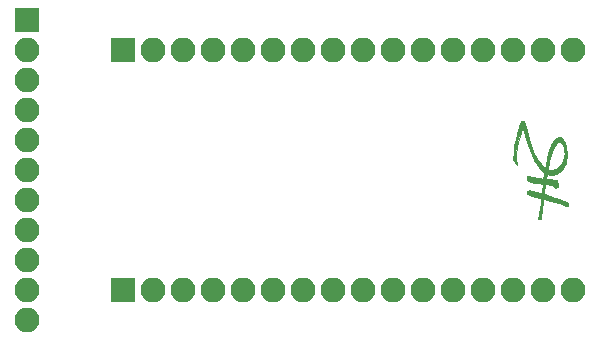
<source format=gbr>
G04 #@! TF.FileFunction,Soldermask,Bot*
%FSLAX46Y46*%
G04 Gerber Fmt 4.6, Leading zero omitted, Abs format (unit mm)*
G04 Created by KiCad (PCBNEW 4.0.4-stable) date 05/29/18 15:17:11*
%MOMM*%
%LPD*%
G01*
G04 APERTURE LIST*
%ADD10C,0.100000*%
%ADD11C,0.010000*%
%ADD12R,2.100000X2.100000*%
%ADD13O,2.100000X2.100000*%
G04 APERTURE END LIST*
D10*
D11*
G36*
X185480526Y-89105781D02*
X185509793Y-89158434D01*
X185533469Y-89199432D01*
X185553221Y-89231237D01*
X185570719Y-89256312D01*
X185587630Y-89277120D01*
X185605624Y-89296123D01*
X185616787Y-89306887D01*
X185635174Y-89322248D01*
X185657913Y-89338604D01*
X185681174Y-89353554D01*
X185701130Y-89364701D01*
X185713952Y-89369643D01*
X185716322Y-89369260D01*
X185715370Y-89361215D01*
X185711152Y-89341209D01*
X185704416Y-89312638D01*
X185699182Y-89291627D01*
X185678474Y-89198252D01*
X185660641Y-89093734D01*
X185646399Y-88982661D01*
X185639178Y-88906333D01*
X185635695Y-88846176D01*
X185633745Y-88773871D01*
X185633258Y-88693064D01*
X185634160Y-88607400D01*
X185636381Y-88520524D01*
X185639848Y-88436082D01*
X185644490Y-88357720D01*
X185650236Y-88289082D01*
X185651569Y-88276312D01*
X185684933Y-88025744D01*
X185731462Y-87766662D01*
X185791095Y-87499335D01*
X185863771Y-87224030D01*
X185949429Y-86941014D01*
X185966084Y-86889691D01*
X185988512Y-86822196D01*
X186012205Y-86752564D01*
X186036567Y-86682403D01*
X186061004Y-86613323D01*
X186084921Y-86546935D01*
X186107721Y-86484846D01*
X186128810Y-86428668D01*
X186147593Y-86380009D01*
X186163474Y-86340479D01*
X186175859Y-86311688D01*
X186184152Y-86295245D01*
X186187127Y-86291937D01*
X186189310Y-86294755D01*
X186193303Y-86303698D01*
X186199348Y-86319501D01*
X186207685Y-86342896D01*
X186218557Y-86374619D01*
X186232205Y-86415404D01*
X186248870Y-86465984D01*
X186268794Y-86527094D01*
X186292218Y-86599467D01*
X186319383Y-86683838D01*
X186350532Y-86780940D01*
X186385905Y-86891509D01*
X186425743Y-87016277D01*
X186437757Y-87053937D01*
X186487465Y-87209342D01*
X186533047Y-87350842D01*
X186574948Y-87479735D01*
X186613618Y-87597318D01*
X186649503Y-87704887D01*
X186683050Y-87803741D01*
X186714707Y-87895177D01*
X186744922Y-87980490D01*
X186774142Y-88060980D01*
X186802814Y-88137942D01*
X186831386Y-88212674D01*
X186860305Y-88286474D01*
X186879267Y-88333978D01*
X186972607Y-88556854D01*
X187067599Y-88764730D01*
X187164766Y-88958440D01*
X187264632Y-89138819D01*
X187367719Y-89306701D01*
X187474551Y-89462921D01*
X187585651Y-89608314D01*
X187701543Y-89743715D01*
X187822749Y-89869957D01*
X187871716Y-89917023D01*
X187903822Y-89946834D01*
X187935116Y-89975262D01*
X187962082Y-89999149D01*
X187981203Y-90015338D01*
X187981679Y-90015720D01*
X188015014Y-90042406D01*
X188010951Y-90105906D01*
X188007287Y-90138058D01*
X188000198Y-90180267D01*
X187990661Y-90227339D01*
X187979656Y-90274078D01*
X187978211Y-90279694D01*
X187963753Y-90339647D01*
X187952014Y-90397071D01*
X187943387Y-90449306D01*
X187938268Y-90493692D01*
X187937050Y-90527569D01*
X187938983Y-90544682D01*
X187943820Y-90563953D01*
X187865363Y-90558833D01*
X187758435Y-90550619D01*
X187655586Y-90539994D01*
X187553284Y-90526417D01*
X187447994Y-90509344D01*
X187336184Y-90488235D01*
X187214318Y-90462548D01*
X187163775Y-90451279D01*
X187058941Y-90427692D01*
X186968172Y-90407482D01*
X186890089Y-90390355D01*
X186823311Y-90376016D01*
X186766459Y-90364172D01*
X186718153Y-90354529D01*
X186677014Y-90346792D01*
X186657199Y-90343287D01*
X186618789Y-90336627D01*
X186592839Y-90333836D01*
X186576031Y-90337024D01*
X186565046Y-90348304D01*
X186556566Y-90369787D01*
X186547275Y-90403586D01*
X186544159Y-90415235D01*
X186530390Y-90490263D01*
X186530656Y-90560230D01*
X186544791Y-90624200D01*
X186572628Y-90681234D01*
X186597371Y-90713458D01*
X186631775Y-90747009D01*
X186672339Y-90777432D01*
X186720008Y-90804979D01*
X186775729Y-90829900D01*
X186840448Y-90852446D01*
X186915111Y-90872868D01*
X187000664Y-90891418D01*
X187098054Y-90908345D01*
X187208225Y-90923901D01*
X187332124Y-90938337D01*
X187470698Y-90951904D01*
X187509093Y-90955307D01*
X187572048Y-90960859D01*
X187632611Y-90966350D01*
X187688203Y-90971535D01*
X187736246Y-90976168D01*
X187774162Y-90980004D01*
X187799374Y-90982799D01*
X187802781Y-90983226D01*
X187832875Y-90986903D01*
X187858246Y-90989586D01*
X187873332Y-90990692D01*
X187878801Y-90991571D01*
X187882626Y-90995490D01*
X187884982Y-91004681D01*
X187886042Y-91021374D01*
X187885980Y-91047804D01*
X187884969Y-91086202D01*
X187883705Y-91123890D01*
X187875278Y-91251231D01*
X187859409Y-91376233D01*
X187858173Y-91383843D01*
X187845972Y-91469479D01*
X187838055Y-91554533D01*
X187833706Y-91646836D01*
X187833518Y-91653718D01*
X187829780Y-91796593D01*
X187760718Y-91795995D01*
X187735228Y-91795228D01*
X187709423Y-91793092D01*
X187681543Y-91789159D01*
X187649825Y-91783001D01*
X187612509Y-91774192D01*
X187567835Y-91762303D01*
X187514042Y-91746907D01*
X187449368Y-91727577D01*
X187372053Y-91703885D01*
X187338437Y-91693477D01*
X187224415Y-91658890D01*
X187124034Y-91630148D01*
X187036281Y-91606995D01*
X186960141Y-91589172D01*
X186894602Y-91576422D01*
X186854787Y-91570415D01*
X186777287Y-91564675D01*
X186711633Y-91569032D01*
X186657946Y-91583435D01*
X186616346Y-91607837D01*
X186586953Y-91642187D01*
X186569888Y-91686436D01*
X186569657Y-91687496D01*
X186565721Y-91735552D01*
X186575377Y-91781216D01*
X186599029Y-91824975D01*
X186637080Y-91867314D01*
X186689937Y-91908718D01*
X186758002Y-91949674D01*
X186809650Y-91975836D01*
X186879357Y-92006550D01*
X186957979Y-92036201D01*
X187046751Y-92065151D01*
X187146910Y-92093762D01*
X187259693Y-92122396D01*
X187386335Y-92151416D01*
X187470321Y-92169337D01*
X187525001Y-92180742D01*
X187578319Y-92191899D01*
X187626965Y-92202110D01*
X187667626Y-92210681D01*
X187696991Y-92216916D01*
X187702787Y-92218159D01*
X187761542Y-92230808D01*
X187756243Y-92371962D01*
X187752433Y-92452458D01*
X187746945Y-92532046D01*
X187739512Y-92612566D01*
X187729861Y-92695860D01*
X187717725Y-92783767D01*
X187702832Y-92878129D01*
X187684913Y-92980785D01*
X187663699Y-93093578D01*
X187638918Y-93218346D01*
X187615411Y-93332500D01*
X187588216Y-93465014D01*
X187564855Y-93583451D01*
X187545368Y-93687584D01*
X187529794Y-93777183D01*
X187518176Y-93852019D01*
X187510552Y-93911863D01*
X187508060Y-93938526D01*
X187502950Y-94005012D01*
X187530010Y-94010089D01*
X187563086Y-94010283D01*
X187607229Y-94000917D01*
X187661082Y-93982312D01*
X187679750Y-93974627D01*
X187703392Y-93964484D01*
X187720326Y-93957081D01*
X187726157Y-93954385D01*
X187728360Y-93945954D01*
X187732296Y-93923058D01*
X187737800Y-93886995D01*
X187744705Y-93839062D01*
X187752845Y-93780554D01*
X187762054Y-93712769D01*
X187772166Y-93637003D01*
X187783013Y-93554553D01*
X187794429Y-93466716D01*
X187806249Y-93374788D01*
X187818305Y-93280066D01*
X187830432Y-93183846D01*
X187842463Y-93087426D01*
X187854232Y-92992102D01*
X187865571Y-92899171D01*
X187876316Y-92809929D01*
X187886300Y-92725674D01*
X187895355Y-92647701D01*
X187903317Y-92577307D01*
X187906247Y-92550750D01*
X187913154Y-92488130D01*
X187919597Y-92430744D01*
X187925359Y-92380445D01*
X187930222Y-92339091D01*
X187933969Y-92308536D01*
X187936383Y-92290635D01*
X187937156Y-92286635D01*
X187945025Y-92288309D01*
X187965567Y-92294327D01*
X187996416Y-92303949D01*
X188035206Y-92316438D01*
X188079571Y-92331054D01*
X188081448Y-92331679D01*
X188141689Y-92351259D01*
X188202807Y-92370060D01*
X188266691Y-92388571D01*
X188335229Y-92407285D01*
X188410308Y-92426691D01*
X188493817Y-92447281D01*
X188587644Y-92469544D01*
X188693678Y-92493973D01*
X188786982Y-92515050D01*
X188878792Y-92535698D01*
X188957156Y-92553464D01*
X189024137Y-92568851D01*
X189081800Y-92582364D01*
X189132208Y-92594507D01*
X189177424Y-92605786D01*
X189219511Y-92616703D01*
X189260534Y-92627765D01*
X189302555Y-92639476D01*
X189342656Y-92650906D01*
X189409288Y-92670699D01*
X189464184Y-92688707D01*
X189511136Y-92706450D01*
X189553935Y-92725442D01*
X189596375Y-92747200D01*
X189628406Y-92765181D01*
X189688616Y-92799182D01*
X189738218Y-92825405D01*
X189779710Y-92845029D01*
X189815589Y-92859236D01*
X189848352Y-92869205D01*
X189848750Y-92869308D01*
X189891826Y-92876700D01*
X189935256Y-92877841D01*
X189975751Y-92873303D01*
X190010025Y-92863663D01*
X190034791Y-92849492D01*
X190045691Y-92834915D01*
X190051817Y-92803034D01*
X190050740Y-92762732D01*
X190042714Y-92719601D01*
X190040051Y-92710320D01*
X190022260Y-92673959D01*
X189992248Y-92636408D01*
X189953070Y-92600798D01*
X189907783Y-92570258D01*
X189898188Y-92564996D01*
X189871949Y-92552177D01*
X189835643Y-92535803D01*
X189794038Y-92517967D01*
X189751905Y-92500763D01*
X189751344Y-92500540D01*
X189708617Y-92483386D01*
X189656599Y-92462170D01*
X189600596Y-92439073D01*
X189545914Y-92416278D01*
X189520534Y-92405595D01*
X189422662Y-92365368D01*
X189310500Y-92321380D01*
X189183819Y-92273544D01*
X189042394Y-92221777D01*
X188885997Y-92165994D01*
X188793217Y-92133466D01*
X188667977Y-92089775D01*
X188556832Y-92050939D01*
X188458867Y-92016633D01*
X188373170Y-91986538D01*
X188298827Y-91960330D01*
X188234925Y-91937687D01*
X188180550Y-91918287D01*
X188134789Y-91901808D01*
X188096730Y-91887927D01*
X188088531Y-91884907D01*
X187993281Y-91849737D01*
X187994618Y-91811259D01*
X187995934Y-91792284D01*
X187998921Y-91759728D01*
X188003334Y-91715771D01*
X188008924Y-91662589D01*
X188015445Y-91602362D01*
X188022650Y-91537267D01*
X188030293Y-91469484D01*
X188038127Y-91401189D01*
X188045904Y-91334562D01*
X188053378Y-91271781D01*
X188060302Y-91215023D01*
X188066429Y-91166468D01*
X188071513Y-91128293D01*
X188073854Y-91111984D01*
X188087223Y-91022687D01*
X188132342Y-91022687D01*
X188155121Y-91024066D01*
X188189904Y-91027886D01*
X188233092Y-91033672D01*
X188281086Y-91040951D01*
X188319528Y-91047356D01*
X188392899Y-91059153D01*
X188456684Y-91067133D01*
X188516545Y-91071885D01*
X188575218Y-91073952D01*
X188622827Y-91075120D01*
X188656923Y-91076927D01*
X188679867Y-91079638D01*
X188694015Y-91083515D01*
X188700946Y-91087982D01*
X188709737Y-91098843D01*
X188725295Y-91120070D01*
X188745587Y-91148817D01*
X188768580Y-91182239D01*
X188773870Y-91190042D01*
X188807983Y-91237967D01*
X188837992Y-91273599D01*
X188866497Y-91299038D01*
X188896094Y-91316382D01*
X188929383Y-91327730D01*
X188949750Y-91332093D01*
X189007621Y-91336772D01*
X189056885Y-91328130D01*
X189097523Y-91306171D01*
X189108529Y-91296502D01*
X189136242Y-91265272D01*
X189155655Y-91232235D01*
X189167929Y-91193897D01*
X189174223Y-91146767D01*
X189175734Y-91094125D01*
X189174622Y-91046818D01*
X189171066Y-91003485D01*
X189164343Y-90960331D01*
X189153735Y-90913563D01*
X189138519Y-90859389D01*
X189119766Y-90799540D01*
X189092210Y-90714303D01*
X189038839Y-90702325D01*
X188956270Y-90685141D01*
X188862085Y-90667872D01*
X188760523Y-90651212D01*
X188655824Y-90635856D01*
X188552227Y-90622497D01*
X188548906Y-90622102D01*
X188514360Y-90618188D01*
X188471570Y-90613622D01*
X188423375Y-90608679D01*
X188372613Y-90603630D01*
X188322123Y-90598748D01*
X188274744Y-90594305D01*
X188233316Y-90590576D01*
X188200676Y-90587831D01*
X188179664Y-90586344D01*
X188174644Y-90586157D01*
X188171077Y-90580469D01*
X188172018Y-90562601D01*
X188177576Y-90531286D01*
X188180530Y-90517384D01*
X188186064Y-90493560D01*
X188194234Y-90460320D01*
X188204336Y-90420338D01*
X188215665Y-90376290D01*
X188227518Y-90330850D01*
X188239192Y-90286696D01*
X188249982Y-90246500D01*
X188259184Y-90212940D01*
X188266096Y-90188689D01*
X188270012Y-90176424D01*
X188270468Y-90175510D01*
X188277992Y-90177497D01*
X188296523Y-90184400D01*
X188322485Y-90194865D01*
X188330621Y-90198259D01*
X188426114Y-90229965D01*
X188528208Y-90248042D01*
X188635350Y-90252485D01*
X188745991Y-90243287D01*
X188858581Y-90220444D01*
X188925767Y-90200407D01*
X189053675Y-90149640D01*
X189177186Y-90084874D01*
X189294404Y-90007552D01*
X189403434Y-89919119D01*
X189502381Y-89821020D01*
X189589350Y-89714699D01*
X189619405Y-89671629D01*
X189702618Y-89532256D01*
X189772645Y-89384127D01*
X189829467Y-89227355D01*
X189873063Y-89062052D01*
X189903415Y-88888329D01*
X189920503Y-88706300D01*
X189924309Y-88516077D01*
X189914812Y-88317771D01*
X189891993Y-88111496D01*
X189890035Y-88097718D01*
X189861165Y-87925689D01*
X189826234Y-87768323D01*
X189785239Y-87625608D01*
X189738176Y-87497535D01*
X189707437Y-87428574D01*
X189668437Y-87351257D01*
X189630978Y-87286124D01*
X189592947Y-87229908D01*
X189552229Y-87179345D01*
X189530968Y-87155973D01*
X189483586Y-87110157D01*
X189438788Y-87076826D01*
X189393174Y-87053765D01*
X189355659Y-87041689D01*
X189336921Y-87037356D01*
X189336921Y-87468114D01*
X189373101Y-87475085D01*
X189405992Y-87490875D01*
X189439585Y-87517269D01*
X189469277Y-87546829D01*
X189510554Y-87598675D01*
X189550469Y-87664419D01*
X189588359Y-87742096D01*
X189623560Y-87829745D01*
X189655411Y-87925401D01*
X189683249Y-88027103D01*
X189706410Y-88132888D01*
X189724232Y-88240792D01*
X189734710Y-88332956D01*
X189739426Y-88392485D01*
X189741767Y-88441848D01*
X189741743Y-88486578D01*
X189739365Y-88532203D01*
X189735172Y-88579080D01*
X189715317Y-88712172D01*
X189683392Y-88843600D01*
X189640285Y-88972099D01*
X189586884Y-89096406D01*
X189524077Y-89215255D01*
X189452752Y-89327382D01*
X189373796Y-89431522D01*
X189288097Y-89526412D01*
X189196543Y-89610785D01*
X189100021Y-89683378D01*
X188999420Y-89742927D01*
X188895628Y-89788166D01*
X188883332Y-89792460D01*
X188816745Y-89812660D01*
X188755148Y-89825416D01*
X188691372Y-89831892D01*
X188631359Y-89833329D01*
X188525091Y-89825321D01*
X188421459Y-89801668D01*
X188352000Y-89776454D01*
X188317134Y-89761719D01*
X188294732Y-89751284D01*
X188282663Y-89743207D01*
X188278795Y-89735548D01*
X188280994Y-89726368D01*
X188285865Y-89716271D01*
X188292884Y-89698124D01*
X188301714Y-89669525D01*
X188310834Y-89635543D01*
X188314191Y-89621718D01*
X188349357Y-89472290D01*
X188381303Y-89337226D01*
X188410348Y-89215417D01*
X188436811Y-89105750D01*
X188461011Y-89007115D01*
X188483267Y-88918402D01*
X188503896Y-88838498D01*
X188523219Y-88766294D01*
X188541554Y-88700679D01*
X188559219Y-88640541D01*
X188576534Y-88584770D01*
X188593816Y-88532255D01*
X188611386Y-88481885D01*
X188629562Y-88432549D01*
X188648663Y-88383135D01*
X188669006Y-88332535D01*
X188690912Y-88279635D01*
X188714699Y-88223326D01*
X188717104Y-88217675D01*
X188775976Y-88083852D01*
X188832306Y-87965023D01*
X188886447Y-87860572D01*
X188938754Y-87769883D01*
X188989580Y-87692341D01*
X189039278Y-87627332D01*
X189084560Y-87577812D01*
X189135286Y-87532262D01*
X189182901Y-87499973D01*
X189230205Y-87479476D01*
X189280001Y-87469299D01*
X189293463Y-87468177D01*
X189336921Y-87468114D01*
X189336921Y-87037356D01*
X189328244Y-87035349D01*
X189306394Y-87032898D01*
X189283610Y-87034311D01*
X189253395Y-87039567D01*
X189244798Y-87041299D01*
X189181298Y-87059651D01*
X189112038Y-87089229D01*
X189040307Y-87128213D01*
X188969394Y-87174786D01*
X188902587Y-87227129D01*
X188891896Y-87236451D01*
X188841085Y-87287873D01*
X188788478Y-87353127D01*
X188735173Y-87430438D01*
X188682267Y-87518030D01*
X188630858Y-87614125D01*
X188582043Y-87716948D01*
X188552621Y-87785582D01*
X188525793Y-87853074D01*
X188500011Y-87922758D01*
X188474959Y-87995840D01*
X188450321Y-88073521D01*
X188425781Y-88157008D01*
X188401022Y-88247503D01*
X188375726Y-88346211D01*
X188349579Y-88454336D01*
X188322263Y-88573083D01*
X188293462Y-88703654D01*
X188262859Y-88847255D01*
X188230138Y-89005090D01*
X188223344Y-89038312D01*
X188201036Y-89146775D01*
X188179919Y-89247765D01*
X188160277Y-89339983D01*
X188142392Y-89422133D01*
X188126549Y-89492916D01*
X188113030Y-89551035D01*
X188102119Y-89595192D01*
X188099750Y-89604209D01*
X188091699Y-89634325D01*
X188058365Y-89608240D01*
X188031426Y-89585503D01*
X187996196Y-89553308D01*
X187955002Y-89513997D01*
X187910175Y-89469909D01*
X187864043Y-89423386D01*
X187818937Y-89376769D01*
X187777184Y-89332397D01*
X187741116Y-89292613D01*
X187720289Y-89268500D01*
X187575124Y-89083732D01*
X187438567Y-88885772D01*
X187310737Y-88674842D01*
X187191754Y-88451165D01*
X187081739Y-88214962D01*
X186980809Y-87966458D01*
X186903171Y-87748468D01*
X186882075Y-87684612D01*
X186862628Y-87623783D01*
X186844202Y-87563728D01*
X186826169Y-87502192D01*
X186807903Y-87436921D01*
X186788773Y-87365661D01*
X186768154Y-87286158D01*
X186745416Y-87196158D01*
X186719932Y-87093406D01*
X186714127Y-87069812D01*
X186687177Y-86960804D01*
X186663095Y-86864975D01*
X186641244Y-86780017D01*
X186620988Y-86703627D01*
X186601690Y-86633498D01*
X186582715Y-86567325D01*
X186563425Y-86502803D01*
X186543184Y-86437625D01*
X186521357Y-86369487D01*
X186517775Y-86358466D01*
X186500244Y-86304028D01*
X186482553Y-86248071D01*
X186465997Y-86194762D01*
X186451871Y-86148270D01*
X186441634Y-86113343D01*
X186412898Y-86016105D01*
X186385808Y-85933483D01*
X186359739Y-85864382D01*
X186334063Y-85807708D01*
X186308155Y-85762365D01*
X186281389Y-85727259D01*
X186253138Y-85701294D01*
X186222776Y-85683375D01*
X186189678Y-85672408D01*
X186189490Y-85672366D01*
X186149166Y-85669293D01*
X186114592Y-85680442D01*
X186088928Y-85700475D01*
X186065204Y-85730204D01*
X186038915Y-85773927D01*
X186010736Y-85830097D01*
X185981343Y-85897167D01*
X185951410Y-85973591D01*
X185921615Y-86057821D01*
X185892631Y-86148312D01*
X185890955Y-86153834D01*
X185873922Y-86211619D01*
X185853741Y-86282626D01*
X185830987Y-86364645D01*
X185806237Y-86455465D01*
X185780069Y-86552877D01*
X185753060Y-86654671D01*
X185725785Y-86758637D01*
X185698823Y-86862565D01*
X185672751Y-86964245D01*
X185648144Y-87061468D01*
X185625580Y-87152022D01*
X185605637Y-87233699D01*
X185588890Y-87304289D01*
X185577237Y-87355562D01*
X185531443Y-87576209D01*
X185493832Y-87786665D01*
X185464033Y-87990117D01*
X185441679Y-88189748D01*
X185426401Y-88388745D01*
X185417831Y-88590292D01*
X185415562Y-88752562D01*
X185415034Y-88986718D01*
X185480526Y-89105781D01*
X185480526Y-89105781D01*
G37*
X185480526Y-89105781D02*
X185509793Y-89158434D01*
X185533469Y-89199432D01*
X185553221Y-89231237D01*
X185570719Y-89256312D01*
X185587630Y-89277120D01*
X185605624Y-89296123D01*
X185616787Y-89306887D01*
X185635174Y-89322248D01*
X185657913Y-89338604D01*
X185681174Y-89353554D01*
X185701130Y-89364701D01*
X185713952Y-89369643D01*
X185716322Y-89369260D01*
X185715370Y-89361215D01*
X185711152Y-89341209D01*
X185704416Y-89312638D01*
X185699182Y-89291627D01*
X185678474Y-89198252D01*
X185660641Y-89093734D01*
X185646399Y-88982661D01*
X185639178Y-88906333D01*
X185635695Y-88846176D01*
X185633745Y-88773871D01*
X185633258Y-88693064D01*
X185634160Y-88607400D01*
X185636381Y-88520524D01*
X185639848Y-88436082D01*
X185644490Y-88357720D01*
X185650236Y-88289082D01*
X185651569Y-88276312D01*
X185684933Y-88025744D01*
X185731462Y-87766662D01*
X185791095Y-87499335D01*
X185863771Y-87224030D01*
X185949429Y-86941014D01*
X185966084Y-86889691D01*
X185988512Y-86822196D01*
X186012205Y-86752564D01*
X186036567Y-86682403D01*
X186061004Y-86613323D01*
X186084921Y-86546935D01*
X186107721Y-86484846D01*
X186128810Y-86428668D01*
X186147593Y-86380009D01*
X186163474Y-86340479D01*
X186175859Y-86311688D01*
X186184152Y-86295245D01*
X186187127Y-86291937D01*
X186189310Y-86294755D01*
X186193303Y-86303698D01*
X186199348Y-86319501D01*
X186207685Y-86342896D01*
X186218557Y-86374619D01*
X186232205Y-86415404D01*
X186248870Y-86465984D01*
X186268794Y-86527094D01*
X186292218Y-86599467D01*
X186319383Y-86683838D01*
X186350532Y-86780940D01*
X186385905Y-86891509D01*
X186425743Y-87016277D01*
X186437757Y-87053937D01*
X186487465Y-87209342D01*
X186533047Y-87350842D01*
X186574948Y-87479735D01*
X186613618Y-87597318D01*
X186649503Y-87704887D01*
X186683050Y-87803741D01*
X186714707Y-87895177D01*
X186744922Y-87980490D01*
X186774142Y-88060980D01*
X186802814Y-88137942D01*
X186831386Y-88212674D01*
X186860305Y-88286474D01*
X186879267Y-88333978D01*
X186972607Y-88556854D01*
X187067599Y-88764730D01*
X187164766Y-88958440D01*
X187264632Y-89138819D01*
X187367719Y-89306701D01*
X187474551Y-89462921D01*
X187585651Y-89608314D01*
X187701543Y-89743715D01*
X187822749Y-89869957D01*
X187871716Y-89917023D01*
X187903822Y-89946834D01*
X187935116Y-89975262D01*
X187962082Y-89999149D01*
X187981203Y-90015338D01*
X187981679Y-90015720D01*
X188015014Y-90042406D01*
X188010951Y-90105906D01*
X188007287Y-90138058D01*
X188000198Y-90180267D01*
X187990661Y-90227339D01*
X187979656Y-90274078D01*
X187978211Y-90279694D01*
X187963753Y-90339647D01*
X187952014Y-90397071D01*
X187943387Y-90449306D01*
X187938268Y-90493692D01*
X187937050Y-90527569D01*
X187938983Y-90544682D01*
X187943820Y-90563953D01*
X187865363Y-90558833D01*
X187758435Y-90550619D01*
X187655586Y-90539994D01*
X187553284Y-90526417D01*
X187447994Y-90509344D01*
X187336184Y-90488235D01*
X187214318Y-90462548D01*
X187163775Y-90451279D01*
X187058941Y-90427692D01*
X186968172Y-90407482D01*
X186890089Y-90390355D01*
X186823311Y-90376016D01*
X186766459Y-90364172D01*
X186718153Y-90354529D01*
X186677014Y-90346792D01*
X186657199Y-90343287D01*
X186618789Y-90336627D01*
X186592839Y-90333836D01*
X186576031Y-90337024D01*
X186565046Y-90348304D01*
X186556566Y-90369787D01*
X186547275Y-90403586D01*
X186544159Y-90415235D01*
X186530390Y-90490263D01*
X186530656Y-90560230D01*
X186544791Y-90624200D01*
X186572628Y-90681234D01*
X186597371Y-90713458D01*
X186631775Y-90747009D01*
X186672339Y-90777432D01*
X186720008Y-90804979D01*
X186775729Y-90829900D01*
X186840448Y-90852446D01*
X186915111Y-90872868D01*
X187000664Y-90891418D01*
X187098054Y-90908345D01*
X187208225Y-90923901D01*
X187332124Y-90938337D01*
X187470698Y-90951904D01*
X187509093Y-90955307D01*
X187572048Y-90960859D01*
X187632611Y-90966350D01*
X187688203Y-90971535D01*
X187736246Y-90976168D01*
X187774162Y-90980004D01*
X187799374Y-90982799D01*
X187802781Y-90983226D01*
X187832875Y-90986903D01*
X187858246Y-90989586D01*
X187873332Y-90990692D01*
X187878801Y-90991571D01*
X187882626Y-90995490D01*
X187884982Y-91004681D01*
X187886042Y-91021374D01*
X187885980Y-91047804D01*
X187884969Y-91086202D01*
X187883705Y-91123890D01*
X187875278Y-91251231D01*
X187859409Y-91376233D01*
X187858173Y-91383843D01*
X187845972Y-91469479D01*
X187838055Y-91554533D01*
X187833706Y-91646836D01*
X187833518Y-91653718D01*
X187829780Y-91796593D01*
X187760718Y-91795995D01*
X187735228Y-91795228D01*
X187709423Y-91793092D01*
X187681543Y-91789159D01*
X187649825Y-91783001D01*
X187612509Y-91774192D01*
X187567835Y-91762303D01*
X187514042Y-91746907D01*
X187449368Y-91727577D01*
X187372053Y-91703885D01*
X187338437Y-91693477D01*
X187224415Y-91658890D01*
X187124034Y-91630148D01*
X187036281Y-91606995D01*
X186960141Y-91589172D01*
X186894602Y-91576422D01*
X186854787Y-91570415D01*
X186777287Y-91564675D01*
X186711633Y-91569032D01*
X186657946Y-91583435D01*
X186616346Y-91607837D01*
X186586953Y-91642187D01*
X186569888Y-91686436D01*
X186569657Y-91687496D01*
X186565721Y-91735552D01*
X186575377Y-91781216D01*
X186599029Y-91824975D01*
X186637080Y-91867314D01*
X186689937Y-91908718D01*
X186758002Y-91949674D01*
X186809650Y-91975836D01*
X186879357Y-92006550D01*
X186957979Y-92036201D01*
X187046751Y-92065151D01*
X187146910Y-92093762D01*
X187259693Y-92122396D01*
X187386335Y-92151416D01*
X187470321Y-92169337D01*
X187525001Y-92180742D01*
X187578319Y-92191899D01*
X187626965Y-92202110D01*
X187667626Y-92210681D01*
X187696991Y-92216916D01*
X187702787Y-92218159D01*
X187761542Y-92230808D01*
X187756243Y-92371962D01*
X187752433Y-92452458D01*
X187746945Y-92532046D01*
X187739512Y-92612566D01*
X187729861Y-92695860D01*
X187717725Y-92783767D01*
X187702832Y-92878129D01*
X187684913Y-92980785D01*
X187663699Y-93093578D01*
X187638918Y-93218346D01*
X187615411Y-93332500D01*
X187588216Y-93465014D01*
X187564855Y-93583451D01*
X187545368Y-93687584D01*
X187529794Y-93777183D01*
X187518176Y-93852019D01*
X187510552Y-93911863D01*
X187508060Y-93938526D01*
X187502950Y-94005012D01*
X187530010Y-94010089D01*
X187563086Y-94010283D01*
X187607229Y-94000917D01*
X187661082Y-93982312D01*
X187679750Y-93974627D01*
X187703392Y-93964484D01*
X187720326Y-93957081D01*
X187726157Y-93954385D01*
X187728360Y-93945954D01*
X187732296Y-93923058D01*
X187737800Y-93886995D01*
X187744705Y-93839062D01*
X187752845Y-93780554D01*
X187762054Y-93712769D01*
X187772166Y-93637003D01*
X187783013Y-93554553D01*
X187794429Y-93466716D01*
X187806249Y-93374788D01*
X187818305Y-93280066D01*
X187830432Y-93183846D01*
X187842463Y-93087426D01*
X187854232Y-92992102D01*
X187865571Y-92899171D01*
X187876316Y-92809929D01*
X187886300Y-92725674D01*
X187895355Y-92647701D01*
X187903317Y-92577307D01*
X187906247Y-92550750D01*
X187913154Y-92488130D01*
X187919597Y-92430744D01*
X187925359Y-92380445D01*
X187930222Y-92339091D01*
X187933969Y-92308536D01*
X187936383Y-92290635D01*
X187937156Y-92286635D01*
X187945025Y-92288309D01*
X187965567Y-92294327D01*
X187996416Y-92303949D01*
X188035206Y-92316438D01*
X188079571Y-92331054D01*
X188081448Y-92331679D01*
X188141689Y-92351259D01*
X188202807Y-92370060D01*
X188266691Y-92388571D01*
X188335229Y-92407285D01*
X188410308Y-92426691D01*
X188493817Y-92447281D01*
X188587644Y-92469544D01*
X188693678Y-92493973D01*
X188786982Y-92515050D01*
X188878792Y-92535698D01*
X188957156Y-92553464D01*
X189024137Y-92568851D01*
X189081800Y-92582364D01*
X189132208Y-92594507D01*
X189177424Y-92605786D01*
X189219511Y-92616703D01*
X189260534Y-92627765D01*
X189302555Y-92639476D01*
X189342656Y-92650906D01*
X189409288Y-92670699D01*
X189464184Y-92688707D01*
X189511136Y-92706450D01*
X189553935Y-92725442D01*
X189596375Y-92747200D01*
X189628406Y-92765181D01*
X189688616Y-92799182D01*
X189738218Y-92825405D01*
X189779710Y-92845029D01*
X189815589Y-92859236D01*
X189848352Y-92869205D01*
X189848750Y-92869308D01*
X189891826Y-92876700D01*
X189935256Y-92877841D01*
X189975751Y-92873303D01*
X190010025Y-92863663D01*
X190034791Y-92849492D01*
X190045691Y-92834915D01*
X190051817Y-92803034D01*
X190050740Y-92762732D01*
X190042714Y-92719601D01*
X190040051Y-92710320D01*
X190022260Y-92673959D01*
X189992248Y-92636408D01*
X189953070Y-92600798D01*
X189907783Y-92570258D01*
X189898188Y-92564996D01*
X189871949Y-92552177D01*
X189835643Y-92535803D01*
X189794038Y-92517967D01*
X189751905Y-92500763D01*
X189751344Y-92500540D01*
X189708617Y-92483386D01*
X189656599Y-92462170D01*
X189600596Y-92439073D01*
X189545914Y-92416278D01*
X189520534Y-92405595D01*
X189422662Y-92365368D01*
X189310500Y-92321380D01*
X189183819Y-92273544D01*
X189042394Y-92221777D01*
X188885997Y-92165994D01*
X188793217Y-92133466D01*
X188667977Y-92089775D01*
X188556832Y-92050939D01*
X188458867Y-92016633D01*
X188373170Y-91986538D01*
X188298827Y-91960330D01*
X188234925Y-91937687D01*
X188180550Y-91918287D01*
X188134789Y-91901808D01*
X188096730Y-91887927D01*
X188088531Y-91884907D01*
X187993281Y-91849737D01*
X187994618Y-91811259D01*
X187995934Y-91792284D01*
X187998921Y-91759728D01*
X188003334Y-91715771D01*
X188008924Y-91662589D01*
X188015445Y-91602362D01*
X188022650Y-91537267D01*
X188030293Y-91469484D01*
X188038127Y-91401189D01*
X188045904Y-91334562D01*
X188053378Y-91271781D01*
X188060302Y-91215023D01*
X188066429Y-91166468D01*
X188071513Y-91128293D01*
X188073854Y-91111984D01*
X188087223Y-91022687D01*
X188132342Y-91022687D01*
X188155121Y-91024066D01*
X188189904Y-91027886D01*
X188233092Y-91033672D01*
X188281086Y-91040951D01*
X188319528Y-91047356D01*
X188392899Y-91059153D01*
X188456684Y-91067133D01*
X188516545Y-91071885D01*
X188575218Y-91073952D01*
X188622827Y-91075120D01*
X188656923Y-91076927D01*
X188679867Y-91079638D01*
X188694015Y-91083515D01*
X188700946Y-91087982D01*
X188709737Y-91098843D01*
X188725295Y-91120070D01*
X188745587Y-91148817D01*
X188768580Y-91182239D01*
X188773870Y-91190042D01*
X188807983Y-91237967D01*
X188837992Y-91273599D01*
X188866497Y-91299038D01*
X188896094Y-91316382D01*
X188929383Y-91327730D01*
X188949750Y-91332093D01*
X189007621Y-91336772D01*
X189056885Y-91328130D01*
X189097523Y-91306171D01*
X189108529Y-91296502D01*
X189136242Y-91265272D01*
X189155655Y-91232235D01*
X189167929Y-91193897D01*
X189174223Y-91146767D01*
X189175734Y-91094125D01*
X189174622Y-91046818D01*
X189171066Y-91003485D01*
X189164343Y-90960331D01*
X189153735Y-90913563D01*
X189138519Y-90859389D01*
X189119766Y-90799540D01*
X189092210Y-90714303D01*
X189038839Y-90702325D01*
X188956270Y-90685141D01*
X188862085Y-90667872D01*
X188760523Y-90651212D01*
X188655824Y-90635856D01*
X188552227Y-90622497D01*
X188548906Y-90622102D01*
X188514360Y-90618188D01*
X188471570Y-90613622D01*
X188423375Y-90608679D01*
X188372613Y-90603630D01*
X188322123Y-90598748D01*
X188274744Y-90594305D01*
X188233316Y-90590576D01*
X188200676Y-90587831D01*
X188179664Y-90586344D01*
X188174644Y-90586157D01*
X188171077Y-90580469D01*
X188172018Y-90562601D01*
X188177576Y-90531286D01*
X188180530Y-90517384D01*
X188186064Y-90493560D01*
X188194234Y-90460320D01*
X188204336Y-90420338D01*
X188215665Y-90376290D01*
X188227518Y-90330850D01*
X188239192Y-90286696D01*
X188249982Y-90246500D01*
X188259184Y-90212940D01*
X188266096Y-90188689D01*
X188270012Y-90176424D01*
X188270468Y-90175510D01*
X188277992Y-90177497D01*
X188296523Y-90184400D01*
X188322485Y-90194865D01*
X188330621Y-90198259D01*
X188426114Y-90229965D01*
X188528208Y-90248042D01*
X188635350Y-90252485D01*
X188745991Y-90243287D01*
X188858581Y-90220444D01*
X188925767Y-90200407D01*
X189053675Y-90149640D01*
X189177186Y-90084874D01*
X189294404Y-90007552D01*
X189403434Y-89919119D01*
X189502381Y-89821020D01*
X189589350Y-89714699D01*
X189619405Y-89671629D01*
X189702618Y-89532256D01*
X189772645Y-89384127D01*
X189829467Y-89227355D01*
X189873063Y-89062052D01*
X189903415Y-88888329D01*
X189920503Y-88706300D01*
X189924309Y-88516077D01*
X189914812Y-88317771D01*
X189891993Y-88111496D01*
X189890035Y-88097718D01*
X189861165Y-87925689D01*
X189826234Y-87768323D01*
X189785239Y-87625608D01*
X189738176Y-87497535D01*
X189707437Y-87428574D01*
X189668437Y-87351257D01*
X189630978Y-87286124D01*
X189592947Y-87229908D01*
X189552229Y-87179345D01*
X189530968Y-87155973D01*
X189483586Y-87110157D01*
X189438788Y-87076826D01*
X189393174Y-87053765D01*
X189355659Y-87041689D01*
X189336921Y-87037356D01*
X189336921Y-87468114D01*
X189373101Y-87475085D01*
X189405992Y-87490875D01*
X189439585Y-87517269D01*
X189469277Y-87546829D01*
X189510554Y-87598675D01*
X189550469Y-87664419D01*
X189588359Y-87742096D01*
X189623560Y-87829745D01*
X189655411Y-87925401D01*
X189683249Y-88027103D01*
X189706410Y-88132888D01*
X189724232Y-88240792D01*
X189734710Y-88332956D01*
X189739426Y-88392485D01*
X189741767Y-88441848D01*
X189741743Y-88486578D01*
X189739365Y-88532203D01*
X189735172Y-88579080D01*
X189715317Y-88712172D01*
X189683392Y-88843600D01*
X189640285Y-88972099D01*
X189586884Y-89096406D01*
X189524077Y-89215255D01*
X189452752Y-89327382D01*
X189373796Y-89431522D01*
X189288097Y-89526412D01*
X189196543Y-89610785D01*
X189100021Y-89683378D01*
X188999420Y-89742927D01*
X188895628Y-89788166D01*
X188883332Y-89792460D01*
X188816745Y-89812660D01*
X188755148Y-89825416D01*
X188691372Y-89831892D01*
X188631359Y-89833329D01*
X188525091Y-89825321D01*
X188421459Y-89801668D01*
X188352000Y-89776454D01*
X188317134Y-89761719D01*
X188294732Y-89751284D01*
X188282663Y-89743207D01*
X188278795Y-89735548D01*
X188280994Y-89726368D01*
X188285865Y-89716271D01*
X188292884Y-89698124D01*
X188301714Y-89669525D01*
X188310834Y-89635543D01*
X188314191Y-89621718D01*
X188349357Y-89472290D01*
X188381303Y-89337226D01*
X188410348Y-89215417D01*
X188436811Y-89105750D01*
X188461011Y-89007115D01*
X188483267Y-88918402D01*
X188503896Y-88838498D01*
X188523219Y-88766294D01*
X188541554Y-88700679D01*
X188559219Y-88640541D01*
X188576534Y-88584770D01*
X188593816Y-88532255D01*
X188611386Y-88481885D01*
X188629562Y-88432549D01*
X188648663Y-88383135D01*
X188669006Y-88332535D01*
X188690912Y-88279635D01*
X188714699Y-88223326D01*
X188717104Y-88217675D01*
X188775976Y-88083852D01*
X188832306Y-87965023D01*
X188886447Y-87860572D01*
X188938754Y-87769883D01*
X188989580Y-87692341D01*
X189039278Y-87627332D01*
X189084560Y-87577812D01*
X189135286Y-87532262D01*
X189182901Y-87499973D01*
X189230205Y-87479476D01*
X189280001Y-87469299D01*
X189293463Y-87468177D01*
X189336921Y-87468114D01*
X189336921Y-87037356D01*
X189328244Y-87035349D01*
X189306394Y-87032898D01*
X189283610Y-87034311D01*
X189253395Y-87039567D01*
X189244798Y-87041299D01*
X189181298Y-87059651D01*
X189112038Y-87089229D01*
X189040307Y-87128213D01*
X188969394Y-87174786D01*
X188902587Y-87227129D01*
X188891896Y-87236451D01*
X188841085Y-87287873D01*
X188788478Y-87353127D01*
X188735173Y-87430438D01*
X188682267Y-87518030D01*
X188630858Y-87614125D01*
X188582043Y-87716948D01*
X188552621Y-87785582D01*
X188525793Y-87853074D01*
X188500011Y-87922758D01*
X188474959Y-87995840D01*
X188450321Y-88073521D01*
X188425781Y-88157008D01*
X188401022Y-88247503D01*
X188375726Y-88346211D01*
X188349579Y-88454336D01*
X188322263Y-88573083D01*
X188293462Y-88703654D01*
X188262859Y-88847255D01*
X188230138Y-89005090D01*
X188223344Y-89038312D01*
X188201036Y-89146775D01*
X188179919Y-89247765D01*
X188160277Y-89339983D01*
X188142392Y-89422133D01*
X188126549Y-89492916D01*
X188113030Y-89551035D01*
X188102119Y-89595192D01*
X188099750Y-89604209D01*
X188091699Y-89634325D01*
X188058365Y-89608240D01*
X188031426Y-89585503D01*
X187996196Y-89553308D01*
X187955002Y-89513997D01*
X187910175Y-89469909D01*
X187864043Y-89423386D01*
X187818937Y-89376769D01*
X187777184Y-89332397D01*
X187741116Y-89292613D01*
X187720289Y-89268500D01*
X187575124Y-89083732D01*
X187438567Y-88885772D01*
X187310737Y-88674842D01*
X187191754Y-88451165D01*
X187081739Y-88214962D01*
X186980809Y-87966458D01*
X186903171Y-87748468D01*
X186882075Y-87684612D01*
X186862628Y-87623783D01*
X186844202Y-87563728D01*
X186826169Y-87502192D01*
X186807903Y-87436921D01*
X186788773Y-87365661D01*
X186768154Y-87286158D01*
X186745416Y-87196158D01*
X186719932Y-87093406D01*
X186714127Y-87069812D01*
X186687177Y-86960804D01*
X186663095Y-86864975D01*
X186641244Y-86780017D01*
X186620988Y-86703627D01*
X186601690Y-86633498D01*
X186582715Y-86567325D01*
X186563425Y-86502803D01*
X186543184Y-86437625D01*
X186521357Y-86369487D01*
X186517775Y-86358466D01*
X186500244Y-86304028D01*
X186482553Y-86248071D01*
X186465997Y-86194762D01*
X186451871Y-86148270D01*
X186441634Y-86113343D01*
X186412898Y-86016105D01*
X186385808Y-85933483D01*
X186359739Y-85864382D01*
X186334063Y-85807708D01*
X186308155Y-85762365D01*
X186281389Y-85727259D01*
X186253138Y-85701294D01*
X186222776Y-85683375D01*
X186189678Y-85672408D01*
X186189490Y-85672366D01*
X186149166Y-85669293D01*
X186114592Y-85680442D01*
X186088928Y-85700475D01*
X186065204Y-85730204D01*
X186038915Y-85773927D01*
X186010736Y-85830097D01*
X185981343Y-85897167D01*
X185951410Y-85973591D01*
X185921615Y-86057821D01*
X185892631Y-86148312D01*
X185890955Y-86153834D01*
X185873922Y-86211619D01*
X185853741Y-86282626D01*
X185830987Y-86364645D01*
X185806237Y-86455465D01*
X185780069Y-86552877D01*
X185753060Y-86654671D01*
X185725785Y-86758637D01*
X185698823Y-86862565D01*
X185672751Y-86964245D01*
X185648144Y-87061468D01*
X185625580Y-87152022D01*
X185605637Y-87233699D01*
X185588890Y-87304289D01*
X185577237Y-87355562D01*
X185531443Y-87576209D01*
X185493832Y-87786665D01*
X185464033Y-87990117D01*
X185441679Y-88189748D01*
X185426401Y-88388745D01*
X185417831Y-88590292D01*
X185415562Y-88752562D01*
X185415034Y-88986718D01*
X185480526Y-89105781D01*
D12*
X144200000Y-77175000D03*
D13*
X144200000Y-79715000D03*
X144200000Y-82255000D03*
X144200000Y-84795000D03*
X144200000Y-87335000D03*
X144200000Y-89875000D03*
X144200000Y-92415000D03*
X144200000Y-94955000D03*
X144200000Y-97495000D03*
X144200000Y-100035000D03*
X144200000Y-102575000D03*
D12*
X152340000Y-79680000D03*
D13*
X154880000Y-79680000D03*
X157420000Y-79680000D03*
X159960000Y-79680000D03*
X162500000Y-79680000D03*
X165040000Y-79680000D03*
X167580000Y-79680000D03*
X170120000Y-79680000D03*
X172660000Y-79680000D03*
X175200000Y-79680000D03*
X177740000Y-79680000D03*
X180280000Y-79680000D03*
X182820000Y-79680000D03*
X185360000Y-79680000D03*
X187900000Y-79680000D03*
X190440000Y-79680000D03*
D12*
X152340000Y-100000000D03*
D13*
X154880000Y-100000000D03*
X157420000Y-100000000D03*
X159960000Y-100000000D03*
X162500000Y-100000000D03*
X165040000Y-100000000D03*
X167580000Y-100000000D03*
X170120000Y-100000000D03*
X172660000Y-100000000D03*
X175200000Y-100000000D03*
X177740000Y-100000000D03*
X180280000Y-100000000D03*
X182820000Y-100000000D03*
X185360000Y-100000000D03*
X187900000Y-100000000D03*
X190440000Y-100000000D03*
M02*

</source>
